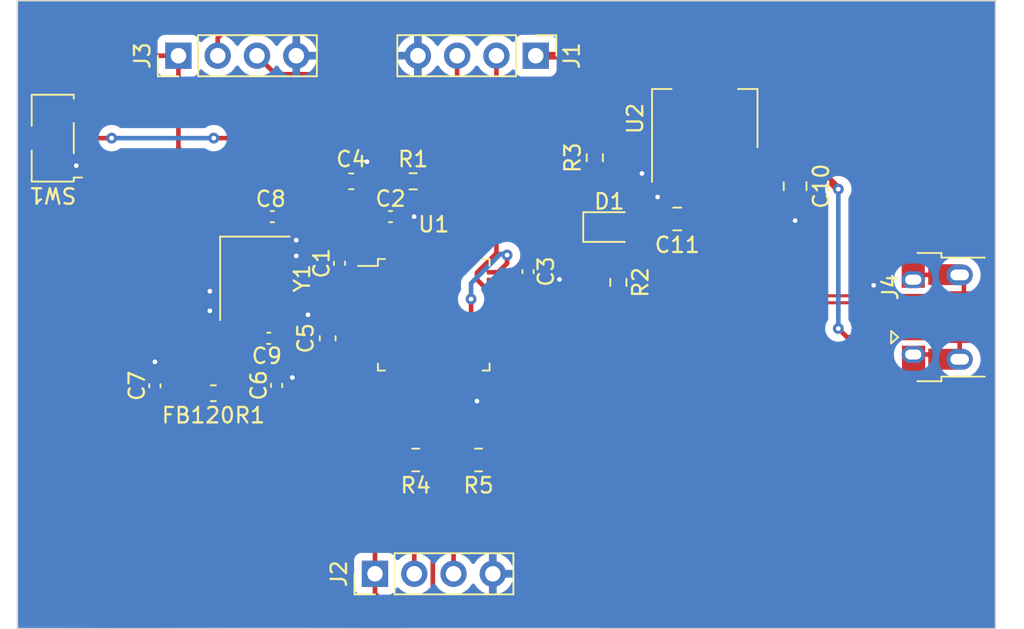
<source format=kicad_pcb>
(kicad_pcb (version 20221018) (generator pcbnew)
  (layers (0 "F.Cu" signal) (31 "B.Cu" power) (34 "B.Paste" user) (35 "F.Paste" user) (36 "B.SilkS" user "B.Silkscreen") (37 "F.SilkS" user "F.Silkscreen") (38 "B.Mask" user) (39 "F.Mask" user) (44 "Edge.Cuts" user))
  (net 0 "")
  (net 1 "+3.3V")
  (net 2 "GND1")
  (net 3 "+3.3VA")
  (net 4 "/HSE_IN")
  (net 5 "/HSE_OUT")
  (net 6 "VBUS")
  (net 8 "Net-(D1-K)")
  (net 9 "/SWDIO")
  (net 10 "/SWCLK")
  (net 11 "/SCL")
  (net 12 "/SDA")
  (net 13 "/UART_TX")
  (net 14 "/UART_RX")
  (net 15 "/USB_D+")
  (net 16 "/USB_D-")
  (net 17 "Net-(SW1-B)")
  (net 18 "/BOOT0")
  (net 22 "/RST")
  (net 47 "unconnected-(J4-Shield-Pad6)")
  (footprint "Connector_PinHeader_2.54mm:PinHeader_1x04_P2.54mm_Vertical" (layer "F.Cu") (at 80.02 123.444 90)
    (fp_text reference "J2" (at 0 -2.33 90) (layer "F.SilkS"))
    (fp_text value "I2C_1")
    (fp_line (start -1.33 -1.33) (end 0 -1.33) (stroke (width 0.12)) (layer "F.SilkS"))
    (fp_line (start -1.33 0) (end -1.33 -1.33) (stroke (width 0.12)) (layer "F.SilkS"))
    (fp_line (start -1.33 1.27) (end -1.33 8.95) (stroke (width 0.12)) (layer "F.SilkS"))
    (fp_line (start -1.33 1.27) (end 1.33 1.27) (stroke (width 0.12)) (layer "F.SilkS"))
    (fp_line (start -1.33 8.95) (end 1.33 8.95) (stroke (width 0.12)) (layer "F.SilkS"))
    (fp_line (start 1.33 1.27) (end 1.33 8.95) (stroke (width 0.12)) (layer "F.SilkS"))
    (pad "1" thru_hole rect (at 0 0 90) (size 1.7 1.7) (drill 1) (layers "*.Cu" "*.Mask") (net 1 "+3.3V"))
    (pad "2" thru_hole oval (at 0 2.54 90) (size 1.7 1.7) (drill 1) (layers "*.Cu" "*.Mask") (net 11 "/SCL"))
    (pad "3" thru_hole oval (at 0 5.08 90) (size 1.7 1.7) (drill 1) (layers "*.Cu" "*.Mask") (net 12 "/SDA"))
    (pad "4" thru_hole oval (at 0 7.62 90) (size 1.7 1.7) (drill 1) (layers "*.Cu" "*.Mask") (net 2 "GND1"))
  )
  (footprint "Capacitor_SMD:C_0603_1608Metric" (layer "F.Cu") (at 78.486 98.044)
    (fp_text reference "C4" (at 0 -1.43) (layer "F.SilkS"))
    (fp_text value "10u" hide)
    (fp_line (start -0.14058 -0.51) (end 0.14058 -0.51) (stroke (width 0.12)) (layer "F.SilkS"))
    (fp_line (start -0.14058 0.51) (end 0.14058 0.51) (stroke (width 0.12)) (layer "F.SilkS"))
    (pad "1" smd roundrect (at -0.775 0) (size 0.9 0.95) (layers "F.Cu" "F.Paste" "F.Mask") (net 1 "+3.3V"))
    (pad "2" smd roundrect (at 0.775 0) (size 0.9 0.95) (layers "F.Cu" "F.Paste" "F.Mask") (net 2 "GND1"))
  )
  (footprint "Connector_PinHeader_2.54mm:PinHeader_1x04_P2.54mm_Vertical" (layer "F.Cu") (at 90.414 89.916 -90)
    (fp_text reference "J1" (at 0 -2.33 90) (layer "F.SilkS"))
    (fp_text value "SWD")
    (fp_line (start -1.33 -1.33) (end 0 -1.33) (stroke (width 0.12)) (layer "F.SilkS"))
    (fp_line (start -1.33 0) (end -1.33 -1.33) (stroke (width 0.12)) (layer "F.SilkS"))
    (fp_line (start -1.33 1.27) (end -1.33 8.95) (stroke (width 0.12)) (layer "F.SilkS"))
    (fp_line (start -1.33 1.27) (end 1.33 1.27) (stroke (width 0.12)) (layer "F.SilkS"))
    (fp_line (start -1.33 8.95) (end 1.33 8.95) (stroke (width 0.12)) (layer "F.SilkS"))
    (fp_line (start 1.33 1.27) (end 1.33 8.95) (stroke (width 0.12)) (layer "F.SilkS"))
    (pad "1" thru_hole rect (at 0 0 270) (size 1.7 1.7) (drill 1) (layers "*.Cu" "*.Mask") (net 1 "+3.3V"))
    (pad "2" thru_hole oval (at 0 2.54 270) (size 1.7 1.7) (drill 1) (layers "*.Cu" "*.Mask") (net 9 "/SWDIO"))
    (pad "3" thru_hole oval (at 0 5.08 270) (size 1.7 1.7) (drill 1) (layers "*.Cu" "*.Mask") (net 10 "/SWCLK"))
    (pad "4" thru_hole oval (at 0 7.62 270) (size 1.7 1.7) (drill 1) (layers "*.Cu" "*.Mask") (net 2 "GND1"))
  )
  (footprint "Capacitor_SMD:C_0603_1608Metric" (layer "F.Cu") (at 76.962 108.204 90)
    (fp_text reference "C5" (at 0 -1.43 90) (layer "F.SilkS"))
    (fp_text value "10u" hide)
    (fp_line (start -0.14058 -0.51) (end 0.14058 -0.51) (stroke (width 0.12)) (layer "F.SilkS"))
    (fp_line (start -0.14058 0.51) (end 0.14058 0.51) (stroke (width 0.12)) (layer "F.SilkS"))
    (pad "1" smd roundrect (at -0.775 0 90) (size 0.9 0.95) (layers "F.Cu" "F.Paste" "F.Mask") (net 3 "+3.3VA"))
    (pad "2" smd roundrect (at 0.775 0 90) (size 0.9 0.95) (layers "F.Cu" "F.Paste" "F.Mask") (net 2 "GND1"))
  )
  (footprint "Capacitor_SMD:C_0402_1005Metric" (layer "F.Cu") (at 73.378 100.33)
    (fp_text reference "C8" (at -0.099 -1.143) (layer "F.SilkS"))
    (fp_text value "10P" hide)
    (fp_line (start -0.107836 -0.36) (end 0.107836 -0.36) (stroke (width 0.12)) (layer "F.SilkS"))
    (fp_line (start -0.107836 0.36) (end 0.107836 0.36) (stroke (width 0.12)) (layer "F.SilkS"))
    (pad "1" smd roundrect (at -0.48 0) (size 0.56 0.62) (layers "F.Cu" "F.Paste" "F.Mask") (net 4 "/HSE_IN"))
    (pad "2" smd roundrect (at 0.48 0) (size 0.56 0.62) (layers "F.Cu" "F.Paste" "F.Mask") (net 2 "GND1"))
  )
  (footprint "Resistor_SMD:R_0805_2012Metric" (layer "F.Cu") (at 86.7175 116.078 180)
    (fp_text reference "R5" (at 0 -1.65) (layer "F.SilkS"))
    (fp_text value "1k5")
    (fp_line (start -0.227064 -0.735) (end 0.227064 -0.735) (stroke (width 0.12)) (layer "F.SilkS"))
    (fp_line (start -0.227064 0.735) (end 0.227064 0.735) (stroke (width 0.12)) (layer "F.SilkS"))
    (pad "1" smd roundrect (at -0.9125 0 180) (size 1.025 1.4) (layers "F.Cu" "F.Paste" "F.Mask") (roundrect_rratio 0.243902) (net 1 "+3.3V"))
    (pad "2" smd roundrect (at 0.9125 0 180) (size 1.025 1.4) (layers "F.Cu" "F.Paste" "F.Mask") (roundrect_rratio 0.243902) (net 12 "/SDA"))
  )
  (footprint "Connector_PinHeader_2.54mm:PinHeader_1x04_P2.54mm_Vertical" (layer "F.Cu") (at 67.31 89.916 90)
    (fp_text reference "J3" (at 0 -2.33 90) (layer "F.SilkS"))
    (fp_text value "UART_1")
    (fp_line (start -1.33 -1.33) (end 0 -1.33) (stroke (width 0.12)) (layer "F.SilkS"))
    (fp_line (start -1.33 0) (end -1.33 -1.33) (stroke (width 0.12)) (layer "F.SilkS"))
    (fp_line (start -1.33 1.27) (end -1.33 8.95) (stroke (width 0.12)) (layer "F.SilkS"))
    (fp_line (start -1.33 1.27) (end 1.33 1.27) (stroke (width 0.12)) (layer "F.SilkS"))
    (fp_line (start -1.33 8.95) (end 1.33 8.95) (stroke (width 0.12)) (layer "F.SilkS"))
    (fp_line (start 1.33 1.27) (end 1.33 8.95) (stroke (width 0.12)) (layer "F.SilkS"))
    (pad "1" thru_hole rect (at 0 0 90) (size 1.7 1.7) (drill 1) (layers "*.Cu" "*.Mask") (net 1 "+3.3V"))
    (pad "2" thru_hole oval (at 0 2.54 90) (size 1.7 1.7) (drill 1) (layers "*.Cu" "*.Mask") (net 13 "/UART_TX"))
    (pad "3" thru_hole oval (at 0 5.08 90) (size 1.7 1.7) (drill 1) (layers "*.Cu" "*.Mask") (net 14 "/UART_RX"))
    (pad "4" thru_hole oval (at 0 7.62 90) (size 1.7 1.7) (drill 1) (layers "*.Cu" "*.Mask") (net 2 "GND1"))
  )
  (footprint "Connector_USB:USB_Micro-B_Amphenol_10103594-0001LF_Horizontal" (layer "F.Cu") (at 116.713 106.807 90)
    (fp_text reference "J4" (at 1.925 -3.365 90) (layer "F.SilkS"))
    (fp_text value "USB_B_Micro")
    (fp_line (start -4.175 -0.065) (end -4.175 -1.615) (stroke (width 0.12)) (layer "F.SilkS"))
    (fp_line (start -4.175 -0.065) (end -3.875 -0.065) (stroke (width 0.12)) (layer "F.SilkS"))
    (fp_line (start -3.875 2.735) (end -3.875 -0.065) (stroke (width 0.12)) (layer "F.SilkS"))
    (fp_line (start -1.725 -3.315) (end -0.925 -3.315) (stroke (width 0.12)) (layer "F.SilkS"))
    (fp_line (start -1.325 -2.865) (end -1.725 -3.315) (stroke (width 0.12)) (layer "F.SilkS"))
    (fp_line (start -0.925 -3.315) (end -1.325 -2.865) (stroke (width 0.12)) (layer "F.SilkS"))
    (fp_line (start 3.825 -0.065) (end 4.125 -0.065) (stroke (width 0.12)) (layer "F.SilkS"))
    (fp_line (start 3.825 2.735) (end 3.825 -0.065) (stroke (width 0.12)) (layer "F.SilkS"))
    (fp_line (start 4.125 -0.065) (end 4.125 -1.615) (stroke (width 0.12)) (layer "F.SilkS"))
    (pad "1" smd rect (at -1.325 -1.765 180) (size 1.65 0.4) (layers "F.Cu" "F.Paste" "F.Mask") (net 6 "VBUS"))
    (pad "2" smd rect (at -0.675 -1.765 180) (size 1.65 0.4) (layers "F.Cu" "F.Paste" "F.Mask") (net 16 "/USB_D-"))
    (pad "3" smd rect (at -0.025 -1.765 180) (size 1.65 0.4) (layers "F.Cu" "F.Paste" "F.Mask") (net 15 "/USB_D+"))
    (pad "4" smd rect (at 0.625 -1.765 180) (size 1.65 0.4) (layers "F.Cu" "F.Paste" "F.Mask"))
    (pad "5" smd rect (at 1.275 -1.765 180) (size 1.65 0.4) (layers "F.Cu" "F.Paste" "F.Mask") (net 2 "GND1"))
    (pad "6" smd rect (at -2.975 -0.565 90) (size 1.825 0.7) (layers "F.Cu" "F.Paste" "F.Mask") (net 47 "unconnected-(J4-Shield-Pad6)"))
    (pad "6" smd rect (at -2.875 -1.865 90) (size 2 1.5) (layers "F.Cu" "F.Paste" "F.Mask") (net 47 "unconnected-(J4-Shield-Pad6)"))
    (pad "6" smd rect (at -2.755 0.185 90) (size 1.35 2) (layers "F.Cu" "F.Paste" "F.Mask") (net 47 "unconnected-(J4-Shield-Pad6)"))
    (pad "6" thru_hole oval (at -2.755 1.115 180) (size 1.7 1.35) (drill oval 1.2 0.7) (layers "*.Cu" "*.Mask") (net 47 "unconnected-(J4-Shield-Pad6)"))
    (pad "6" thru_hole oval (at -2.445 -1.885 180) (size 1.5 1.1) (drill oval 1.05 0.65) (layers "*.Cu" "*.Mask") (net 47 "unconnected-(J4-Shield-Pad6)"))
    (pad "6" smd rect (at -0.985 1.385 180) (size 2.5 1.43) (layers "F.Cu" "F.Paste" "F.Mask") (net 47 "unconnected-(J4-Shield-Pad6)"))
    (pad "6" smd rect (at 0.935 1.385 180) (size 2.5 1.43) (layers "F.Cu" "F.Paste" "F.Mask") (net 47 "unconnected-(J4-Shield-Pad6)"))
    (pad "6" thru_hole oval (at 2.395 -1.885 180) (size 1.5 1.1) (drill oval 1.05 0.65) (layers "*.Cu" "*.Mask") (net 47 "unconnected-(J4-Shield-Pad6)"))
    (pad "6" thru_hole oval (at 2.705 1.115 180) (size 1.7 1.35) (drill oval 1.2 0.7) (layers "*.Cu" "*.Mask") (net 47 "unconnected-(J4-Shield-Pad6)"))
    (pad "6" smd rect (at 2.725 0.185 90) (size 1.35 2) (layers "F.Cu" "F.Paste" "F.Mask") (net 47 "unconnected-(J4-Shield-Pad6)"))
    (pad "6" smd rect (at 2.875 -1.885 90) (size 2 1.5) (layers "F.Cu" "F.Paste" "F.Mask") (net 47 "unconnected-(J4-Shield-Pad6)"))
    (pad "6" smd rect (at 2.975 -0.565 90) (size 1.825 0.7) (layers "F.Cu" "F.Paste" "F.Mask") (net 47 "unconnected-(J4-Shield-Pad6)"))
  )
  (footprint "Capacitor_SMD:C_0402_1005Metric" (layer "F.Cu") (at 73.152 108.204)
    (fp_text reference "C9" (at -0.127 1.143) (layer "F.SilkS"))
    (fp_text value "10P")
    (fp_line (start -0.107836 -0.36) (end 0.107836 -0.36) (stroke (width 0.12)) (layer "F.SilkS"))
    (fp_line (start -0.107836 0.36) (end 0.107836 0.36) (stroke (width 0.12)) (layer "F.SilkS"))
    (pad "1" smd roundrect (at -0.48 0) (size 0.56 0.62) (layers "F.Cu" "F.Paste" "F.Mask") (net 5 "/HSE_OUT"))
    (pad "2" smd roundrect (at 0.48 0) (size 0.56 0.62) (layers "F.Cu" "F.Paste" "F.Mask") (net 2 "GND1"))
  )
  (footprint "Capacitor_SMD:C_0402_1005Metric" (layer "F.Cu") (at 65.786 111.28 90)
    (fp_text reference "C7" (at 0 -1.16 90) (layer "F.SilkS"))
    (fp_text value "1u" hide)
    (fp_line (start -0.107836 -0.36) (end 0.107836 -0.36) (stroke (width 0.12)) (layer "F.SilkS"))
    (fp_line (start -0.107836 0.36) (end 0.107836 0.36) (stroke (width 0.12)) (layer "F.SilkS"))
    (pad "1" smd roundrect (at -0.48 0 90) (size 0.56 0.62) (layers "F.Cu" "F.Paste" "F.Mask") (net 1 "+3.3V"))
    (pad "2" smd roundrect (at 0.48 0 90) (size 0.56 0.62) (layers "F.Cu" "F.Paste" "F.Mask") (net 2 "GND1"))
  )
  (footprint "Capacitor_SMD:C_0805_2012Metric" (layer "F.Cu") (at 107.188 98.364 -90)
    (fp_text reference "C10" (at 0 -1.68 90) (layer "F.SilkS"))
    (fp_text value "22U" hide)
    (fp_line (start -0.261252 -0.735) (end 0.261252 -0.735) (stroke (width 0.12)) (layer "F.SilkS"))
    (fp_line (start -0.261252 0.735) (end 0.261252 0.735) (stroke (width 0.12)) (layer "F.SilkS"))
    (pad "1" smd roundrect (at -0.95 0 270) (size 1 1.45) (layers "F.Cu" "F.Paste" "F.Mask") (net 6 "VBUS"))
    (pad "2" smd roundrect (at 0.95 0 270) (size 1 1.45) (layers "F.Cu" "F.Paste" "F.Mask") (net 2 "GND1"))
  )
  (footprint "Capacitor_SMD:C_0402_1005Metric" (layer "F.Cu") (at 81.026 100.33)
    (fp_text reference "C2" (at 0 -1.16) (layer "F.SilkS"))
    (fp_text value "100n" hide)
    (fp_line (start -0.107836 -0.36) (end 0.107836 -0.36) (stroke (width 0.12)) (layer "F.SilkS"))
    (fp_line (start -0.107836 0.36) (end 0.107836 0.36) (stroke (width 0.12)) (layer "F.SilkS"))
    (pad "1" smd roundrect (at -0.48 0) (size 0.56 0.62) (layers "F.Cu" "F.Paste" "F.Mask") (net 1 "+3.3V"))
    (pad "2" smd roundrect (at 0.48 0) (size 0.56 0.62) (layers "F.Cu" "F.Paste" "F.Mask") (net 2 "GND1"))
  )
  (footprint "Capacitor_SMD:C_0402_1005Metric" (layer "F.Cu") (at 73.66 111.252 90)
    (fp_text reference "C6" (at 0 -1.16 90) (layer "F.SilkS"))
    (fp_text value "1u" hide)
    (fp_line (start -0.107836 -0.36) (end 0.107836 -0.36) (stroke (width 0.12)) (layer "F.SilkS"))
    (fp_line (start -0.107836 0.36) (end 0.107836 0.36) (stroke (width 0.12)) (layer "F.SilkS"))
    (pad "1" smd roundrect (at -0.48 0 90) (size 0.56 0.62) (layers "F.Cu" "F.Paste" "F.Mask") (net 3 "+3.3VA"))
    (pad "2" smd roundrect (at 0.48 0 90) (size 0.56 0.62) (layers "F.Cu" "F.Paste" "F.Mask") (net 2 "GND1"))
  )
  (footprint "Resistor_SMD:R_0603_1608Metric" (layer "F.Cu") (at 95.758 104.585 -90)
    (fp_text reference "R2" (at 0 -1.43 90) (layer "F.SilkS"))
    (fp_text value "1K5")
    (fp_line (start -0.237258 -0.5225) (end 0.237258 -0.5225) (stroke (width 0.12)) (layer "F.SilkS"))
    (fp_line (start -0.237258 0.5225) (end 0.237258 0.5225) (stroke (width 0.12)) (layer "F.SilkS"))
    (pad "1" smd roundrect (at -0.825 0 270) (size 0.8 0.95) (layers "F.Cu" "F.Paste" "F.Mask") (net 1 "+3.3V"))
    (pad "2" smd roundrect (at 0.825 0 270) (size 0.8 0.95) (layers "F.Cu" "F.Paste" "F.Mask") (net 15 "/USB_D+"))
  )
  (footprint "Crystal:Crystal_SMD_3225-4Pin_3.2x2.5mm_HandSoldering" (layer "F.Cu") (at 72.256 104.32 -90)
    (fp_text reference "Y1" (at 0 -3.05 90) (layer "F.SilkS"))
    (fp_text value "16MHZ")
    (fp_line (start -2.7 -2.25) (end -2.7 2.25) (stroke (width 0.12)) (layer "F.SilkS"))
    (fp_line (start -2.7 2.25) (end 2.7 2.25) (stroke (width 0.12)) (layer "F.SilkS"))
    (pad "1" smd rect (at -1.45 1.15 270) (size 2.1 1.8) (layers "F.Cu" "F.Paste" "F.Mask") (net 4 "/HSE_IN"))
    (pad "2" smd rect (at 1.45 1.15 270) (size 2.1 1.8) (layers "F.Cu" "F.Paste" "F.Mask") (net 2 "GND1"))
    (pad "3" smd rect (at 1.45 -1.15 270) (size 2.1 1.8) (layers "F.Cu" "F.Paste" "F.Mask") (net 5 "/HSE_OUT"))
    (pad "4" smd rect (at -1.45 -1.15 270) (size 2.1 1.8) (layers "F.Cu" "F.Paste" "F.Mask") (net 2 "GND1"))
  )
  (footprint "Capacitor_SMD:C_0805_2012Metric" (layer "F.Cu") (at 99.568 100.482 180)
    (fp_text reference "C11" (at 0 -1.68) (layer "F.SilkS"))
    (fp_text value "22U" hide)
    (fp_line (start -0.261252 -0.735) (end 0.261252 -0.735) (stroke (width 0.12)) (layer "F.SilkS"))
    (fp_line (start -0.261252 0.735) (end 0.261252 0.735) (stroke (width 0.12)) (layer "F.SilkS"))
    (pad "1" smd roundrect (at -0.95 0 180) (size 1 1.45) (layers "F.Cu" "F.Paste" "F.Mask") (net 1 "+3.3V"))
    (pad "2" smd roundrect (at 0.95 0 180) (size 1 1.45) (layers "F.Cu" "F.Paste" "F.Mask") (net 2 "GND1"))
  )
  (footprint "Resistor_SMD:R_0805_2012Metric" (layer "F.Cu") (at 82.6535 116.078 180)
    (fp_text reference "R4" (at 0 -1.65) (layer "F.SilkS"))
    (fp_text value "1k5")
    (fp_line (start -0.227064 -0.735) (end 0.227064 -0.735) (stroke (width 0.12)) (layer "F.SilkS"))
    (fp_line (start -0.227064 0.735) (end 0.227064 0.735) (stroke (width 0.12)) (layer "F.SilkS"))
    (pad "1" smd roundrect (at -0.9125 0 180) (size 1.025 1.4) (layers "F.Cu" "F.Paste" "F.Mask") (roundrect_rratio 0.243902) (net 1 "+3.3V"))
    (pad "2" smd roundrect (at 0.9125 0 180) (size 1.025 1.4) (layers "F.Cu" "F.Paste" "F.Mask") (roundrect_rratio 0.243902) (net 11 "/SCL"))
  )
  (footprint "Capacitor_SMD:C_0402_1005Metric" (layer "F.Cu") (at 89.916 103.886 -90)
    (fp_text reference "C3" (at 0 -1.16 90) (layer "F.SilkS"))
    (fp_text value "100n" hide)
    (fp_line (start -0.107836 -0.36) (end 0.107836 -0.36) (stroke (width 0.12)) (layer "F.SilkS"))
    (fp_line (start -0.107836 0.36) (end 0.107836 0.36) (stroke (width 0.12)) (layer "F.SilkS"))
    (pad "1" smd roundrect (at -0.48 0 270) (size 0.56 0.62) (layers "F.Cu" "F.Paste" "F.Mask") (net 1 "+3.3V"))
    (pad "2" smd roundrect (at 0.48 0 270) (size 0.56 0.62) (layers "F.Cu" "F.Paste" "F.Mask") (net 2 "GND1"))
  )
  (footprint "Resistor_SMD:R_0603_1608Metric" (layer "F.Cu") (at 94.234 96.52 90)
    (fp_text reference "R3" (at 0 -1.43 90) (layer "F.SilkS"))
    (fp_text value "1K5")
    (fp_line (start -0.237258 -0.5225) (end 0.237258 -0.5225) (stroke (width 0.12)) (layer "F.SilkS"))
    (fp_line (start -0.237258 0.5225) (end 0.237258 0.5225) (stroke (width 0.12)) (layer "F.SilkS"))
    (pad "1" smd roundrect (at -0.825 0 90) (size 0.8 0.95) (layers "F.Cu" "F.Paste" "F.Mask") (net 8 "Net-(D1-K)"))
    (pad "2" smd roundrect (at 0.825 0 90) (size 0.8 0.95) (layers "F.Cu" "F.Paste" "F.Mask") (net 2 "GND1"))
  )
  (footprint "Package_TO_SOT_SMD:SOT-223-3_TabPin2" (layer "F.Cu") (at 101.346 93.98 90)
    (fp_text reference "U2" (at 0 -4.5 90) (layer "F.SilkS"))
    (fp_text value "AMS1117-3.3" hide)
    (fp_line (start -4.1 -3.41) (end 1.91 -3.41) (stroke (width 0.12)) (layer "F.SilkS"))
    (fp_line (start -1.85 3.41) (end 1.91 3.41) (stroke (width 0.12)) (layer "F.SilkS"))
    (fp_line (start 1.91 -3.41) (end 1.91 -2.15) (stroke (width 0.12)) (layer "F.SilkS"))
    (fp_line (start 1.91 3.41) (end 1.91 2.15) (stroke (width 0.12)) (layer "F.SilkS"))
    (pad "1" smd rect (at -3.15 -2.3 90) (size 2 1.5) (layers "F.Cu" "F.Paste" "F.Mask") (net 2 "GND1"))
    (pad "2" smd rect (at -3.15 0 90) (size 2 1.5) (layers "F.Cu" "F.Paste" "F.Mask") (net 1 "+3.3V"))
    (pad "2" smd rect (at 3.15 0 90) (size 2 3.8) (layers "F.Cu" "F.Paste" "F.Mask") (net 1 "+3.3V"))
    (pad "3" smd rect (at -3.15 2.3 90) (size 2 1.5) (layers "F.Cu" "F.Paste" "F.Mask") (net 6 "VBUS"))
  )
  (footprint "Resistor_SMD:R_0603_1608Metric" (layer "F.Cu") (at 82.487 98.044)
    (fp_text reference "R1" (at 0 -1.43) (layer "F.SilkS"))
    (fp_text value "10K")
    (fp_line (start -0.237258 -0.5225) (end 0.237258 -0.5225) (stroke (width 0.12)) (layer "F.SilkS"))
    (fp_line (start -0.237258 0.5225) (end 0.237258 0.5225) (stroke (width 0.12)) (layer "F.SilkS"))
    (pad "1" smd roundrect (at -0.825 0) (size 0.8 0.95) (layers "F.Cu" "F.Paste" "F.Mask") (net 17 "Net-(SW1-B)"))
    (pad "2" smd roundrect (at 0.825 0) (size 0.8 0.95) (layers "F.Cu" "F.Paste" "F.Mask") (net 18 "/BOOT0"))
  )
  (footprint "Capacitor_SMD:C_0402_1005Metric" (layer "F.Cu") (at 77.724 103.35 90)
    (fp_text reference "C1" (at 0 -1.16 90) (layer "F.SilkS"))
    (fp_text value "100n" hide)
    (fp_line (start -0.107836 -0.36) (end 0.107836 -0.36) (stroke (width 0.12)) (layer "F.SilkS"))
    (fp_line (start -0.107836 0.36) (end 0.107836 0.36) (stroke (width 0.12)) (layer "F.SilkS"))
    (pad "1" smd roundrect (at -0.48 0 90) (size 0.56 0.62) (layers "F.Cu" "F.Paste" "F.Mask") (net 1 "+3.3V"))
    (pad "2" smd roundrect (at 0.48 0 90) (size 0.56 0.62) (layers "F.Cu" "F.Paste" "F.Mask") (net 2 "GND1"))
  )
  (footprint "Button_Switch_SMD:Nidec_Copal_CAS-120A" (layer "F.Cu") (at 59.182 95.25 180)
    (fp_text reference "SW1" (at 0 -3.7 180 unlocked) (layer "F.SilkS"))
    (fp_text value "SW_SPDT")
    (fp_line (start -1.36 -2.81) (end 1.36 -2.81) (stroke (width 0.12)) (layer "F.SilkS"))
    (fp_line (start -1.36 -2.55) (end -1.9 -2.55) (stroke (width 0.12)) (layer "F.SilkS"))
    (fp_line (start -1.36 -2.55) (end -1.36 -2.8) (stroke (width 0.12)) (layer "F.SilkS"))
    (fp_line (start -1.36 -0.98) (end -1.36 0.98) (stroke (width 0.12)) (layer "F.SilkS"))
    (fp_line (start -1.36 2.81) (end -1.36 2.55) (stroke (width 0.12)) (layer "F.SilkS"))
    (fp_line (start 1.35 2.81) (end -1.35 2.81) (stroke (width 0.12)) (layer "F.SilkS"))
    (fp_line (start 1.36 -2.81) (end 1.36 -0.8) (stroke (width 0.12)) (layer "F.SilkS"))
    (fp_line (start 1.36 0.8) (end 1.36 2.81) (stroke (width 0.12)) (layer "F.SilkS"))
    (pad "1" smd roundrect (at -1.15 -1.75 90) (size 1 1.6) (layers "F.Cu" "F.Paste" "F.Mask") (net 2 "GND1"))
    (pad "2" smd roundrect (at 1.15 0 90) (size 1 1.6) (layers "F.Cu" "F.Paste" "F.Mask") (net 17 "Net-(SW1-B)"))
    (pad "3" smd roundrect (at -1.15 1.75 90) (size 1 1.6) (layers "F.Cu" "F.Paste" "F.Mask") (net 1 "+3.3V"))
  )
  (footprint "LED_SMD:LED_0805_2012Metric" (layer "F.Cu") (at 95.1715 101.003)
    (fp_text reference "D1" (at 0 -1.65) (layer "F.SilkS"))
    (fp_text value "LED")
    (fp_line (start -1.685 -0.96) (end -1.685 0.96) (stroke (width 0.12)) (layer "F.SilkS"))
    (fp_line (start -1.685 0.96) (end 1 0.96) (stroke (width 0.12)) (layer "F.SilkS"))
    (fp_line (start 1 -0.96) (end -1.685 -0.96) (stroke (width 0.12)) (layer "F.SilkS"))
    (pad "1" smd roundrect (at -0.9375 0) (size 0.975 1.4) (layers "F.Cu" "F.Paste" "F.Mask") (net 8 "Net-(D1-K)"))
    (pad "2" smd roundrect (at 0.9375 0) (size 0.975 1.4) (layers "F.Cu" "F.Paste" "F.Mask") (net 1 "+3.3V"))
  )
  (footprint "Package_QFP:LQFP-48_7x7mm_P0.5mm" (layer "F.Cu") (at 83.82 106.68)
    (fp_text reference "U1" (at 0 -5.85) (layer "F.SilkS"))
    (fp_text value "STM32F103C8Tx" hide)
    (fp_line (start -3.61 -3.61) (end -3.61 -3.16) (stroke (width 0.12)) (layer "F.SilkS"))
    (fp_line (start -3.61 -3.16) (end -4.9 -3.16) (stroke (width 0.12)) (layer "F.SilkS"))
    (fp_line (start -3.61 3.61) (end -3.61 3.16) (stroke (width 0.12)) (layer "F.SilkS"))
    (fp_line (start -3.16 -3.61) (end -3.61 -3.61) (stroke (width 0.12)) (layer "F.SilkS"))
    (fp_line (start -3.16 3.61) (end -3.61 3.61) (stroke (width 0.12)) (layer "F.SilkS"))
    (fp_line (start 3.16 -3.61) (end 3.61 -3.61) (stroke (width 0.12)) (layer "F.SilkS"))
    (fp_line (start 3.16 3.61) (end 3.61 3.61) (stroke (width 0.12)) (layer "F.SilkS"))
    (fp_line (start 3.61 -3.61) (end 3.61 -3.16) (stroke (width 0.12)) (layer "F.SilkS"))
    (fp_line (start 3.61 3.61) (end 3.61 3.16) (stroke (width 0.12)) (layer "F.SilkS"))
    (pad "1" smd roundrect (at -4.1625 -2.75) (size 1.475 0.3) (layers "F.Cu" "F.Paste" "F.Mask") (net 1 "+3.3V"))
    (pad "2" smd roundrect (at -4.1625 -2.25) (size 1.475 0.3) (layers "F.Cu" "F.Paste" "F.Mask"))
    (pad "3" smd roundrect (at -4.1625 -1.75) (size 1.475 0.3) (layers "F.Cu" "F.Paste" "F.Mask"))
    (pad "4" smd roundrect (at -4.1625 -1.25) (size 1.475 0.3) (layers "F.Cu" "F.Paste" "F.Mask"))
    (pad "5" smd roundrect (at -4.1625 -0.75) (size 1.475 0.3) (layers "F.Cu" "F.Paste" "F.Mask") (net 4 "/HSE_IN"))
    (pad "6" smd roundrect (at -4.1625 -0.25) (size 1.475 0.3) (layers "F.Cu" "F.Paste" "F.Mask") (net 5 "/HSE_OUT"))
    (pad "7" smd roundrect (at -4.1625 0.25) (size 1.475 0.3) (layers "F.Cu" "F.Paste" "F.Mask") (net 22 "/RST"))
    (pad "8" smd roundrect (at -4.1625 0.75) (size 1.475 0.3) (layers "F.Cu" "F.Paste" "F.Mask") (net 2 "GND1"))
    (pad "9" smd roundrect (at -4.1625 1.25) (size 1.475 0.3) (layers "F.Cu" "F.Paste" "F.Mask") (net 3 "+3.3VA"))
    (pad "10" smd roundrect (at -4.1625 1.75) (size 1.475 0.3) (layers "F.Cu" "F.Paste" "F.Mask"))
    (pad "11" smd roundrect (at -4.1625 2.25) (size 1.475 0.3) (layers "F.Cu" "F.Paste" "F.Mask"))
    (pad "12" smd roundrect (at -4.1625 2.75) (size 1.475 0.3) (layers "F.Cu" "F.Paste" "F.Mask"))
    (pad "13" smd roundrect (at -2.75 4.1625) (size 0.3 1.475) (layers "F.Cu" "F.Paste" "F.Mask"))
    (pad "14" smd roundrect (at -2.25 4.1625) (size 0.3 1.475) (layers "F.Cu" "F.Paste" "F.Mask"))
    (pad "15" smd roundrect (at -1.75 4.1625) (size 0.3 1.475) (layers "F.Cu" "F.Paste" "F.Mask"))
    (pad "16" smd roundrect (at -1.25 4.1625) (size 0.3 1.475) (layers "F.Cu" "F.Paste" "F.Mask"))
    (pad "17" smd roundrect (at -0.75 4.1625) (size 0.3 1.475) (layers "F.Cu" "F.Paste" "F.Mask"))
    (pad "18" smd roundrect (at -0.25 4.1625) (size 0.3 1.475) (layers "F.Cu" "F.Paste" "F.Mask"))
    (pad "19" smd roundrect (at 0.25 4.1625) (size 0.3 1.475) (layers "F.Cu" "F.Paste" "F.Mask"))
    (pad "20" smd roundrect (at 0.75 4.1625) (size 0.3 1.475) (layers "F.Cu" "F.Paste" "F.Mask"))
    (pad "21" smd roundrect (at 1.25 4.1625) (size 0.3 1.475) (layers "F.Cu" "F.Paste" "F.Mask") (net 11 "/SCL"))
    (pad "22" smd roundrect (at 1.75 4.1625) (size 0.3 1.475) (layers "F.Cu" "F.Paste" "F.Mask") (net 12 "/SDA"))
    (pad "23" smd roundrect (at 2.25 4.1625) (size 0.3 1.475) (layers "F.Cu" "F.Paste" "F.Mask") (net 2 "GND1"))
    (pad "24" smd roundrect (at 2.75 4.1625) (size 0.3 1.475) (layers "F.Cu" "F.Paste" "F.Mask") (net 1 "+3.3V"))
    (pad "25" smd roundrect (at 4.1625 2.75) (size 1.475 0.3) (layers "F.Cu" "F.Paste" "F.Mask"))
    (pad "26" smd roundrect (at 4.1625 2.25) (size 1.475 0.3) (layers "F.Cu" "F.Paste" "F.Mask"))
    (pad "27" smd roundrect (at 4.1625 1.75) (size 1.475 0.3) (layers "F.Cu" "F.Paste" "F.Mask"))
    (pad "28" smd roundrect (at 4.1625 1.25) (size 1.475 0.3) (layers "F.Cu" "F.Paste" "F.Mask"))
    (pad "29" smd roundrect (at 4.1625 0.75) (size 1.475 0.3) (layers "F.Cu" "F.Paste" "F.Mask"))
    (pad "30" smd roundrect (at 4.1625 0.25) (size 1.475 0.3) (layers "F.Cu" "F.Paste" "F.Mask"))
    (pad "31" smd roundrect (at 4.1625 -0.25) (size 1.475 0.3) (layers "F.Cu" "F.Paste" "F.Mask"))
    (pad "32" smd roundrect (at 4.1625 -0.75) (size 1.475 0.3) (layers "F.Cu" "F.Paste" "F.Mask") (net 16 "/USB_D-"))
    (pad "33" smd roundrect (at 4.1625 -1.25) (size 1.475 0.3) (layers "F.Cu" "F.Paste" "F.Mask") (net 15 "/USB_D+"))
    (pad "34" smd roundrect (at 4.1625 -1.75) (size 1.475 0.3) (layers "F.Cu" "F.Paste" "F.Mask") (net 9 "/SWDIO"))
    (pad "35" smd roundrect (at 4.1625 -2.25) (size 1.475 0.3) (layers "F.Cu" "F.Paste" "F.Mask") (net 2 "GND1"))
    (pad "36" smd roundrect (at 4.1625 -2.75) (size 1.475 0.3) (layers "F.Cu" "F.Paste" "F.Mask") (net 1 "+3.3V"))
    (pad "37" smd roundrect (at 2.75 -4.1625) (size 0.3 1.475) (layers "F.Cu" "F.Paste" "F.Mask") (net 10 "/SWCLK"))
    (pad "38" smd roundrect (at 2.25 -4.1625) (size 0.3 1.475) (layers "F.Cu" "F.Paste" "F.Mask"))
    (pad "39" smd roundrect (at 1.75 -4.1625) (size 0.3 1.475) (layers "F.Cu" "F.Paste" "F.Mask"))
    (pad "40" smd roundrect (at 1.25 -4.1625) (size 0.3 1.475) (layers "F.Cu" "F.Paste" "F.Mask"))
    (pad "41" smd roundrect (at 0.75 -4.1625) (size 0.3 1.475) (layers "F.Cu" "F.Paste" "F.Mask"))
    (pad "42" smd roundrect (at 0.25 -4.1625) (size 0.3 1.475) (layers "F.Cu" "F.Paste" "F.Mask") (net 13 "/UART_TX"))
    (pad "43" smd roundrect (at -0.25 -4.1625) (size 0.3 1.475) (layers "F.Cu" "F.Paste" "F.Mask") (net 14 "/UART_RX"))
    (pad "44" smd roundrect (at -0.75 -4.1625) (size 0.3 1.475) (layers "F.Cu" "F.Paste" "F.Mask") (net 18 "/BOOT0"))
    (pad "45" smd roundrect (at -1.25 -4.1625) (size 0.3 1.475) (layers "F.Cu" "F.Paste" "F.Mask"))
    (pad "46" smd roundrect (at -1.75 -4.1625) (size 0.3 1.475) (layers "F.Cu" "F.Paste" "F.Mask"))
    (pad "47" smd roundrect (at -2.25 -4.1625) (size 0.3 1.475) (layers "F.Cu" "F.Paste" "F.Mask") (net 2 "GND1"))
    (pad "48" smd roundrect (at -2.75 -4.1625) (size 0.3 1.475) (layers "F.Cu" "F.Paste" "F.Mask") (net 1 "+3.3V"))
  )
  (footprint "Inductor_SMD:L_0603_1608Metric" (layer "F.Cu") (at 69.5705 111.76 180)
    (fp_text reference "FB120R1" (at 0 -1.43) (layer "F.SilkS"))
    (fp_text value "FerriteBead" hide)
    (fp_line (start -0.162779 -0.51) (end 0.162779 -0.51) (stroke (width 0.12)) (layer "F.SilkS"))
    (fp_line (start -0.162779 0.51) (end 0.162779 0.51) (stroke (width 0.12)) (layer "F.SilkS"))
    (pad "1" smd roundrect (at -0.7875 0 180) (size 0.875 0.95) (layers "F.Cu" "F.Paste" "F.Mask") (net 3 "+3.3VA"))
    (pad "2" smd roundrect (at 0.7875 0 180) (size 0.875 0.95) (layers "F.Cu" "F.Paste" "F.Mask") (net 1 "+3.3V"))
  )
  (gr_line (start 56.896 86.614) (end 56.896 86.36) (stroke (width 0.1)) (layer "Edge.Cuts"))
  (gr_line (start 63.5 86.36) (end 120.142 86.36) (stroke (width 0.1)) (layer "Edge.Cuts"))
  (gr_line (start 56.896 86.36) (end 63.5 86.36) (stroke (width 0.1)) (layer "Edge.Cuts"))
  (gr_line (start 56.896 127) (end 56.896 86.614) (stroke (width 0.1)) (layer "Edge.Cuts"))
  (gr_line (start 120.142 127) (end 56.896 127) (stroke (width 0.1)) (layer "Edge.Cuts"))
  (gr_line (start 120.142 86.36) (end 120.142 127) (stroke (width 0.1)) (layer "Edge.Cuts"))
  (segment (start 78.232 100.33) (end 80.546 100.33) (width 0.3) (layer "F.Cu") (net 1))
  (segment (start 92.71 89.916) (end 90.414 89.916) (width 0.5) (layer "F.Cu") (net 1))
  (segment (start 80.02 114.183) (end 80.02 123.444) (width 0.3) (layer "F.Cu") (net 1))
  (segment (start 82.677 125.73) (end 81.026 125.73) (width 0.3) (layer "F.Cu") (net 1))
  (segment (start 89.38 103.406) (end 88.856 103.93) (width 0.3) (layer "F.Cu") (net 1))
  (segment (start 95.758 103.76) (end 96.138 103.76) (width 0.3) (layer "F.Cu") (net 1))
  (segment (start 89.916 103.406) (end 89.38 103.406) (width 0.3) (layer "F.Cu") (net 1))
  (segment (start 78.994 113.157) (end 80.02 114.183) (width 0.3) (layer "F.Cu") (net 1))
  (segment (start 86.57 109.43) (end 81.07 103.93) (width 0.3) (layer "F.Cu") (net 1))
  (segment (start 67.31 89.916) (end 61.722 89.916) (width 0.3) (layer "F.Cu") (net 1))
  (segment (start 86.57 109.43) (end 86.233 109.093) (width 0.3) (layer "F.Cu") (net 1))
  (segment (start 80.02 124.724) (end 80.02 123.444) (width 0.3) (layer "F.Cu") (net 1))
  (segment (start 68.783 111.76) (end 65.786 111.76) (width 0.3) (layer "F.Cu") (net 1))
  (segment (start 86.233 109.093) (end 86.233 105.664) (width 0.3) (layer "F.Cu") (net 1))
  (segment (start 96.138 103.76) (end 97.028 102.87) (width 0.3) (layer "F.Cu") (net 1))
  (segment (start 100.584 88.9) (end 93.726 88.9) (width 0.5) (layer "F.Cu") (net 1))
  (segment (start 87.63 119.507) (end 87.63 116.078) (width 0.3) (layer "F.Cu") (net 1))
  (segment (start 101.346 97.13) (end 101.346 99.654) (width 0.5) (layer "F.Cu") (net 1))
  (segment (start 79.6575 103.93) (end 79.6575 102.7145) (width 0.3) (layer "F.Cu") (net 1))
  (segment (start 91.567 123.444) (end 87.63 119.507) (width 0.3) (layer "F.Cu") (net 1))
  (segment (start 100.518 100.482) (end 100.518 101.92) (width 0.5) (layer "F.Cu") (net 1))
  (segment (start 99.568 102.87) (end 97.028 102.87) (width 0.5) (layer "F.Cu") (net 1))
  (segment (start 87.63 111.9025) (end 86.57 110.8425) (width 0.3) (layer "F.Cu") (net 1))
  (segment (start 88.856 103.93) (end 87.9825 103.93) (width 0.3) (layer "F.Cu") (net 1))
  (segment (start 81.026 125.73) (end 80.02 124.724) (width 0.3) (layer "F.Cu") (net 1))
  (segment (start 101.346 90.83) (end 101.346 97.13) (width 0.5) (layer "F.Cu") (net 1))
  (segment (start 89.281 125.73) (end 91.567 123.444) (width 0.3) (layer "F.Cu") (net 1))
  (segment (start 60.579 91.059) (end 60.579 92.872) (width 0.3) (layer "F.Cu") (net 1))
  (segment (start 100.518 101.92) (end 99.568 102.87) (width 0.5) (layer "F.Cu") (net 1))
  (segment (start 83.76 116.272) (end 83.76 124.647) (width 0.3) (layer "F.Cu") (net 1))
  (segment (start 93.726 88.9) (end 92.71 89.916) (width 0.5) (layer "F.Cu") (net 1))
  (segment (start 68.783 111.76) (end 70.18 113.157) (width 0.3) (layer "F.Cu") (net 1))
  (segment (start 69.469 98.044) (end 67.31 95.885) (width 0.3) (layer "F.Cu") (net 1))
  (segment (start 82.677 125.73) (end 89.281 125.73) (width 0.3) (layer "F.Cu") (net 1))
  (segment (start 101.346 90.83) (end 101.346 89.662) (width 0.5) (layer "F.Cu") (net 1))
  (segment (start 80.546 101.9935) (end 81.07 102.5175) (width 0.3) (layer "F.Cu") (net 1))
  (segment (start 77.711 99.809) (end 78.232 100.33) (width 0.3) (layer "F.Cu") (net 1))
  (segment (start 91.186 102.616) (end 90.396 103.406) (width 0.3) (layer "F.Cu") (net 1))
  (segment (start 94.488 102.616) (end 91.186 102.616) (width 0.3) (layer "F.Cu") (net 1))
  (segment (start 67.31 95.885) (end 67.31 89.916) (width 0.3) (layer "F.Cu") (net 1))
  (segment (start 79.5575 103.83) (end 79.6575 103.93) (width 0.3) (layer "F.Cu") (net 1))
  (segment (start 95.632 103.76) (end 94.488 102.616) (width 0.3) (layer "F.Cu") (net 1))
  (segment (start 77.711 98.044) (end 77.711 99.809) (width 0.3) (layer "F.Cu") (net 1))
  (segment (start 60.579 92.872) (end 59.951 93.5) (width 0.3) (layer "F.Cu") (net 1))
  (segment (start 87.63 116.078) (end 87.63 111.9025) (width 0.3) (layer "F.Cu") (net 1))
  (segment (start 79.6575 102.7145) (end 79.8545 102.5175) (width 0.3) (layer "F.Cu") (net 1))
  (segment (start 88.563503 103.348997) (end 87.9825 103.93) (width 0.3) (layer "F.Cu") (net 1))
  (segment (start 86.57 110.8425) (end 86.57 109.43) (width 0.3) (layer "F.Cu") (net 1))
  (segment (start 80.546 100.33) (end 80.546 101.9935) (width 0.3) (layer "F.Cu") (net 1))
  (segment (start 79.8545 102.5175) (end 81.07 102.5175) (width 0.3) (layer "F.Cu") (net 1))
  (segment (start 88.563503 102.815722) (end 88.563503 103.348997) (width 0.3) (layer "F.Cu") (net 1))
  (segment (start 81.07 103.93) (end 81.07 102.5175) (width 0.3) (layer "F.Cu") (net 1))
  (segment (start 77.711 98.044) (end 69.469 98.044) (width 0.3) (layer "F.Cu") (net 1))
  (segment (start 90.396 103.406) (end 89.916 103.406) (width 0.3) (layer "F.Cu") (net 1))
  (segment (start 101.346 99.654) (end 100.518 100.482) (width 0.5) (layer "F.Cu") (net 1))
  (segment (start 81.07 103.93) (end 79.6575 103.93) (width 0.3) (layer "F.Cu") (net 1))
  (segment (start 101.346 89.662) (end 100.584 88.9) (width 0.5) (layer "F.Cu") (net 1))
  (segment (start 96.109 101.951) (end 96.109 100.838) (width 0.5) (layer "F.Cu") (net 1))
  (segment (start 70.18 113.157) (end 78.994 113.157) (width 0.3) (layer "F.Cu") (net 1))
  (segment (start 61.722 89.916) (end 60.579 91.059) (width 0.3) (layer "F.Cu") (net 1))
  (segment (start 83.566 116.078) (end 83.76 116.272) (width 0.3) (layer "F.Cu") (net 1))
  (segment (start 77.724 103.83) (end 79.5575 103.83) (width 0.3) (layer "F.Cu") (net 1))
  (segment (start 97.028 102.87) (end 96.109 101.951) (width 0.5) (layer "F.Cu") (net 1))
  (segment (start 95.758 103.76) (end 95.632 103.76) (width 0.3) (layer "F.Cu") (net 1))
  (segment (start 83.76 124.647) (end 82.677 125.73) (width 0.3) (layer "F.Cu") (net 1))
  (via (at 88.563503 102.815722) (size 0.7) (drill 0.3) (layers "F.Cu" "B.Cu") (net 1))
  (via (at 86.233 105.664) (size 0.7) (drill 0.3) (layers "F.Cu" "B.Cu") (net 1))
  (segment (start 88.138 102.743) (end 88.490781 102.743) (width 0.3) (layer "B.Cu") (net 1))
  (segment (start 86.233 105.664) (end 86.233 104.648) (width 0.3) (layer "B.Cu") (net 1))
  (segment (start 88.490781 102.743) (end 88.563503 102.815722) (width 0.3) (layer "B.Cu") (net 1))
  (segment (start 86.233 104.648) (end 88.138 102.743) (width 0.3) (layer "B.Cu") (net 1))
  (segment (start 74.422 101.854) (end 73.406 102.87) (width 0.3) (layer "F.Cu") (net 2))
  (segment (start 74.93 101.854) (end 74.422 101.854) (width 0.3) (layer "F.Cu") (net 2))
  (segment (start 112.552396 104.775) (end 113.309396 105.532) (width 0.3) (layer "F.Cu") (net 2))
  (segment (start 97.282 97.536) (end 97.282 98.044) (width 0.3) (layer "F.Cu") (net 2))
  (segment (start 89.916 104.366) (end 89.852 104.43) (width 0.3) (layer "F.Cu") (net 2))
  (segment (start 74.168 108.204) (end 75.692 106.68) (width 0.3) (layer "F.Cu") (net 2))
  (segment (start 82.55 100.33) (end 81.506 100.33) (width 0.3) (layer "F.Cu") (net 2))
  (segment (start 86.106 112.268) (end 86.07 112.232) (width 0.3) (layer "F.Cu") (net 2))
  (segment (start 75.692 106.68) (end 76.213 106.68) (width 0.3) (layer "F.Cu") (net 2))
  (segment (start 65.786 110.8) (end 65.786 109.728) (width 0.3) (layer "F.Cu") (net 2))
  (segment (start 69.342 106.426) (end 70.45 106.426) (width 0.3) (layer "F.Cu") (net 2))
  (segment (start 76.213 106.68) (end 76.962 107.429) (width 0.3) (layer "F.Cu") (net 2))
  (segment (start 94.234 95.695) (end 97.611 95.695) (width 0.5) (layer "F.Cu") (net 2))
  (segment (start 81.57 100.394) (end 81.57 102.5175) (width 0.3) (layer "F.Cu") (net 2))
  (segment (start 97.282 98.044) (end 98.298 99.06) (width 0.3) (layer "F.Cu") (net 2))
  (segment (start 98.64 97.536) (end 99.046 97.13) (width 0.3) (layer "F.Cu") (net 2))
  (segment (start 86.07 112.232) (end 86.07 110.8425) (width 0.3) (layer "F.Cu") (net 2))
  (segment (start 74.93 101.402) (end 73.858 100.33) (width 0.3) (layer "F.Cu") (net 2))
  (segment (start 74.676 110.744) (end 73.688 110.744) (width 0.3) (layer "F.Cu") (net 2))
  (segment (start 91.948 104.394) (end 89.944 104.394) (width 0.3) (layer "F.Cu") (net 2))
  (segment (start 107.188 100.584) (end 107.188 99.314) (width 0.3) (layer "F.Cu") (net 2))
  (segment (start 77.724 102.87) (end 74.93 102.87) (width 0.3) (layer "F.Cu") (net 2))
  (segment (start 98.618 99.38) (end 98.298 99.06) (width 0.3) (layer "F.Cu") (net 2))
  (segment (start 98.298 97.878) (end 99.046 97.13) (width 0.3) (layer "F.Cu") (net 2))
  (segment (start 74.93 102.87) (end 73.406 102.87) (width 0.3) (layer "F.Cu") (net 2))
  (segment (start 97.611 95.695) (end 99.046 97.13) (width 0.5) (layer "F.Cu") (net 2))
  (segment (start 89.944 104.394) (end 89.916 104.366) (width 0.3) (layer "F.Cu") (net 2))
  (segment (start 70.492 105.156) (end 71.106 105.77) (width 0.3) (layer "F.Cu") (net 2))
  (segment (start 112.268 104.775) (end 112.552396 104.775) (width 0.3) (layer "F.Cu") (net 2))
  (segment (start 79.502 97.803) (end 79.261 98.044) (width 0.3) (layer "F.Cu") (net 2))
  (segment (start 74.93 101.854) (end 74.93 101.402) (width 0.3) (layer "F.Cu") (net 2))
  (segment (start 98.618 100.482) (end 98.618 99.38) (width 0.3) (layer "F.Cu") (net 2))
  (segment (start 79.502 96.774) (end 79.502 97.803) (width 0.3) (layer "F.Cu") (net 2))
  (segment (start 97.282 97.536) (end 98.64 97.536) (width 0.3) (layer "F.Cu") (net 2))
  (segment (start 76.962 107.429) (end 79.6565 107.429) (width 0.3) (layer "F.Cu") (net 2))
  (segment (start 73.688 110.744) (end 73.66 110.772) (width 0.3) (layer "F.Cu") (net 2))
  (segment (start 86.614 112.268) (end 86.106 112.268) (width 0.3) (layer "F.Cu") (net 2))
  (segment (start 98.298 99.06) (end 98.298 97.878) (width 0.3) (layer "F.Cu") (net 2))
  (segment (start 113.309396 105.532) (end 114.948 105.532) (width 0.3) (layer "F.Cu") (net 2))
  (segment (start 81.506 100.33) (end 81.57 100.394) (width 0.3) (layer "F.Cu") (net 2))
  (segment (start 89.852 104.43) (end 87.9825 104.43) (width 0.3) (layer "F.Cu") (net 2))
  (segment (start 69.342 106.426) (end 69.342 105.156) (width 0.3) (layer "F.Cu") (net 2))
  (segment (start 70.45 106.426) (end 71.106 105.77) (width 0.3) (layer "F.Cu") (net 2))
  (segment (start 79.6565 107.429) (end 79.6575 107.43) (width 0.3) (layer "F.Cu") (net 2))
  (segment (start 69.342 105.156) (end 70.492 105.156) (width 0.3) (layer "F.Cu") (net 2))
  (segment (start 73.632 108.204) (end 74.168 108.204) (width 0.3) (layer "F.Cu") (net 2))
  (via (at 97.282 97.536) (size 0.7) (drill 0.3) (layers "F.Cu" "B.Cu") (net 2))
  (via (at 69.342 105.156) (size 0.7) (drill 0.3) (layers "F.Cu" "B.Cu") (net 2))
  (via (at 107.188 100.584) (size 0.7) (drill 0.3) (layers "F.Cu" "B.Cu") (net 2))
  (via (at 75.692 106.68) (size 0.7) (drill 0.3) (layers "F.Cu" "B.Cu") (net 2))
  (via (at 82.55 100.33) (size 0.7) (drill 0.3) (layers "F.Cu" "B.Cu") (net 2))
  (via (at 86.614 112.268) (size 0.7) (drill 0.3) (layers "F.Cu" "B.Cu") (net 2))
  (via (at 112.268 104.775) (size 0.7) (drill 0.3) (layers "F.Cu" "B.Cu") (net 2))
  (via (at 65.786 109.728) (size 0.7) (drill 0.3) (layers "F.Cu" "B.Cu") (net 2))
  (via (at 98.298 99.06) (size 0.7) (drill 0.3) (layers "F.Cu" "B.Cu") (net 2))
  (via (at 69.342 106.426) (size 0.7) (drill 0.3) (layers "F.Cu" "B.Cu") (net 2))
  (via (at 74.93 101.854) (size 0.7) (drill 0.3) (layers "F.Cu" "B.Cu") (net 2))
  (via (at 79.502 96.774) (size 0.7) (drill 0.3) (layers "F.Cu" "B.Cu") (net 2))
  (via (at 74.93 102.87) (size 0.7) (drill 0.3) (layers "F.Cu" "B.Cu") (net 2))
  (via (at 91.948 104.394) (size 0.7) (drill 0.3) (layers "F.Cu" "B.Cu") (net 2))
  (via (at 74.676 110.744) (size 0.7) (drill 0.3) (layers "F.Cu" "B.Cu") (net 2))
  (via (at 60.706 97.028) (size 0.7) (drill 0.3) (layers "F.Cu" "B.Cu") (net 2))
  (segment (start 73.66 111.732) (end 76.482 111.732) (width 0.3) (layer "F.Cu") (net 3))
  (segment (start 73.66 111.732) (end 70.386 111.732) (width 0.3) (layer "F.Cu") (net 3))
  (segment (start 77.965 108.979) (end 78.232 108.712) (width 0.3) (layer "F.Cu") (net 3))
  (segment (start 70.386 111.732) (end 70.358 111.76) (width 0.3) (layer "F.Cu") (net 3))
  (segment (start 78.506 107.93) (end 79.6575 107.93) (width 0.3) (layer "F.Cu") (net 3))
  (segment (start 76.482 111.732) (end 76.962 111.252) (width 0.3) (layer "F.Cu") (net 3))
  (segment (start 76.962 108.979) (end 77.965 108.979) (width 0.3) (layer "F.Cu") (net 3))
  (segment (start 78.232 108.712) (end 78.232 108.204) (width 0.3) (layer "F.Cu") (net 3))
  (segment (start 76.962 111.252) (end 76.962 108.979) (width 0.3) (layer "F.Cu") (net 3))
  (segment (start 78.232 108.204) (end 78.506 107.93) (width 0.3) (layer "F.Cu") (net 3))
  (segment (start 72.366 104.37) (end 71.106 103.11) (width 0.3) (layer "F.Cu") (net 4))
  (segment (start 71.882 100.33) (end 71.106 101.106) (width 0.3) (layer "F.Cu") (net 4))
  (segment (start 72.898 100.33) (end 71.882 100.33) (width 0.3) (layer "F.Cu") (net 4))
  (segment (start 79.6575 105.93) (end 78.443106 105.93) (width 0.3) (layer "F.Cu") (net 4))
  (segment (start 78.443106 105.93) (end 76.883106 104.37) (width 0.3) (layer "F.Cu") (net 4))
  (segment (start 76.883106 104.37) (end 72.366 104.37) (width 0.3) (layer "F.Cu") (net 4))
  (segment (start 71.106 101.106) (end 71.106 102.87) (width 0.3) (layer "F.Cu") (net 4))
  (segment (start 71.106 103.11) (end 71.106 102.87) (width 0.3) (layer "F.Cu") (net 4))
  (segment (start 73.406 105.77) (end 77.576 105.77) (width 0.3) (layer "F.Cu") (net 5))
  (segment (start 72.672 106.504) (end 73.406 105.77) (width 0.3) (layer "F.Cu") (net 5))
  (segment (start 72.672 108.204) (end 72.672 106.504) (width 0.3) (layer "F.Cu") (net 5))
  (segment (start 78.236 106.43) (end 79.6575 106.43) (width 0.3) (layer "F.Cu") (net 5))
  (segment (start 77.576 105.77) (end 78.236 106.43) (width 0.3) (layer "F.Cu") (net 5))
  (segment (start 108.844 97.414) (end 107.188 97.414) (width 0.5) (layer "F.Cu") (net 6))
  (segment (start 109.982 98.552) (end 108.844 97.414) (width 0.5) (layer "F.Cu") (net 6))
  (segment (start 110.545 108.132) (end 109.982 107.569) (width 0.3) (layer "F.Cu") (net 6))
  (segment (start 114.948 108.132) (end 110.545 108.132) (width 0.3) (layer "F.Cu") (net 6))
  (segment (start 107.188 97.414) (end 103.93 97.414) (width 0.5) (layer "F.Cu") (net 6))
  (segment (start 103.93 97.414) (end 103.646 97.13) (width 0.5) (layer "F.Cu") (net 6))
  (via (at 109.982 107.569) (size 0.7) (drill 0.3) (layers "F.Cu" "B.Cu") (net 6))
  (via (at 109.982 98.552) (size 0.7) (drill 0.3) (layers "F.Cu" "B.Cu") (net 6))
  (segment (start 109.982 107.569) (end 109.982 98.552) (width 0.3) (layer "B.Cu") (net 6))
  (segment (start 94.234 101.003) (end 94.234 97.345) (width 0.5) (layer "F.Cu") (net 8))
  (segment (start 86.614 103.95788) (end 87.874 102.69788) (width 0.3) (layer "F.Cu") (net 9))
  (segment (start 87.874 102.69788) (end 87.874 89.916) (width 0.3) (layer "F.Cu") (net 9))
  (segment (start 87.14188 104.93) (end 86.614 104.40212) (width 0.3) (layer "F.Cu") (net 9))
  (segment (start 86.614 104.40212) (end 86.614 103.95788) (width 0.3) (layer "F.Cu") (net 9))
  (segment (start 87.9825 104.93) (end 87.14188 104.93) (width 0.3) (layer "F.Cu") (net 9))
  (segment (start 86.57 96.73) (end 85.334 95.494) (width 0.3) (layer "F.Cu") (net 10))
  (segment (start 85.334 95.494) (end 85.334 89.916) (width 0.3) (layer "F.Cu") (net 10))
  (segment (start 86.57 102.5175) (end 86.57 96.73) (width 0.3) (layer "F.Cu") (net 10))
  (segment (start 81.741 116.078) (end 81.741 114.093) (width 0.3) (layer "F.Cu") (net 11))
  (segment (start 81.741 114.093) (end 82.296 113.538) (width 0.3) (layer "F.Cu") (net 11))
  (segment (start 85.09 113.284) (end 85.07 113.264) (width 0.3) (layer "F.Cu") (net 11))
  (segment (start 81.741 116.078) (end 81.741 119.333) (width 0.3) (layer "F.Cu") (net 11))
  (segment (start 85.07 113.264) (end 85.07 110.8425) (width 0.3) (layer "F.Cu") (net 11))
  (segment (start 81.741 119.333) (end 82.56 120.152) (width 0.3) (layer "F.Cu") (net 11))
  (segment (start 82.56 120.152) (end 82.56 123.444) (width 0.3) (layer "F.Cu") (net 11))
  (segment (start 82.296 113.538) (end 84.836 113.538) (width 0.3) (layer "F.Cu") (net 11))
  (segment (start 84.836 113.538) (end 85.09 113.284) (width 0.3) (layer "F.Cu") (net 11))
  (segment (start 85.1 120.025) (end 85.1 123.444) (width 0.3) (layer "F.Cu") (net 12))
  (segment (start 85.805 119.3) (end 85.09 120.015) (width 0.3) (layer "F.Cu") (net 12))
  (segment (start 85.805 112.674107) (end 85.57 112.439107) (width 0.3) (layer "F.Cu") (net 12))
  (segment (start 85.805 116.078) (end 85.805 112.674107) (width 0.3) (layer "F.Cu") (net 12))
  (segment (start 85.805 116.078) (end 85.805 119.3) (width 0.3) (layer "F.Cu") (net 12))
  (segment (start 85.57 112.439107) (end 85.57 110.8425) (width 0.3) (layer "F.Cu") (net 12))
  (segment (start 85.09 120.015) (end 85.1 120.025) (width 0.3) (layer "F.Cu") (net 12))
  (segment (start 77.343 87.503) (end 71.12 87.503) (width 0.3) (layer "F.Cu") (net 13))
  (segment (start 71.12 87.503) (end 69.85 88.773) (width 0.3) (layer "F.Cu") (net 13))
  (segment (start 77.978 89.916) (end 77.978 88.138) (width 0.3) (layer "F.Cu") (net 13))
  (segment (start 84.07 102.5175) (end 84.07 101.240213) (width 0.3) (layer "F.Cu") (net 13))
  (segment (start 84.07 101.240213) (end 84.955 100.355214) (width 0.3) (layer "F.Cu") (net 13))
  (segment (start 69.85 88.773) (end 69.85 89.916) (width 0.3) (layer "F.Cu") (net 13))
  (segment (start 84.955 100.355214) (end 84.955 96.893) (width 0.3) (layer "F.Cu") (net 13))
  (segment (start 84.955 96.893) (end 77.978 89.916) (width 0.3) (layer "F.Cu") (net 13))
  (segment (start 77.978 88.138) (end 77.343 87.503) (width 0.3) (layer "F.Cu") (net 13))
  (segment (start 73.59 91.116) (end 72.39 89.916) (width 0.3) (layer "F.Cu") (net 14))
  (segment (start 84.455 100.148107) (end 84.455 97.536) (width 0.3) (layer "F.Cu") (net 14))
  (segment (start 83.57 101.033107) (end 84.455 100.148107) (width 0.3) (layer "F.Cu") (net 14))
  (segment (start 83.57 102.5175) (end 83.57 101.033107) (width 0.3) (layer "F.Cu") (net 14))
  (segment (start 78.035 91.116) (end 73.59 91.116) (width 0.3) (layer "F.Cu") (net 14))
  (segment (start 84.455 97.536) (end 78.035 91.116) (width 0.3) (layer "F.Cu") (net 14))
  (segment (start 89.088751 105.43) (end 89.113751 105.455) (width 0.2) (layer "F.Cu") (net 15))
  (segment (start 89.113751 105.455) (end 112.596 105.455) (width 0.2) (layer "F.Cu") (net 15))
  (segment (start 112.596 105.455) (end 113.973 106.832) (width 0.2) (layer "F.Cu") (net 15))
  (segment (start 113.973 106.832) (end 114.948 106.832) (width 0.2) (layer "F.Cu") (net 15))
  (segment (start 87.9825 105.43) (end 89.088751 105.43) (width 0.2) (layer "F.Cu") (net 15))
  (segment (start 95.065352 105.905) (end 95.270352 106.11) (width 0.2) (layer "F.Cu") (net 16))
  (segment (start 112.409632 105.905) (end 113.836632 107.332) (width 0.2) (layer "F.Cu") (net 16))
  (segment (start 89.088751 105.93) (end 89.113751 105.905) (width 0.2) (layer "F.Cu") (net 16))
  (segment (start 113.836632 107.332) (end 114.798 107.332) (width 0.2) (layer "F.Cu") (net 16))
  (segment (start 87.9825 105.93) (end 89.088751 105.93) (width 0.2) (layer "F.Cu") (net 16))
  (segment (start 95.270352 106.11) (end 96.245648 106.11) (width 0.2) (layer "F.Cu") (net 16))
  (segment (start 89.113751 105.905) (end 95.065352 105.905) (width 0.2) (layer "F.Cu") (net 16))
  (segment (start 96.450648 105.905) (end 112.409632 105.905) (width 0.2) (layer "F.Cu") (net 16))
  (segment (start 96.245648 106.11) (end 96.450648 105.905) (width 0.2) (layer "F.Cu") (net 16))
  (segment (start 114.798 107.332) (end 114.948 107.482) (width 0.2) (layer "F.Cu") (net 16))
  (segment (start 79.343 95.25) (end 69.596 95.25) (width 0.3) (layer "F.Cu") (net 17))
  (segment (start 81.662 98.044) (end 81.662 97.569) (width 0.3) (layer "F.Cu") (net 17))
  (segment (start 62.992 95.25) (end 58.032 95.25) (width 0.3) (layer "F.Cu") (net 17))
  (segment (start 81.662 97.569) (end 79.343 95.25) (width 0.3) (layer "F.Cu") (net 17))
  (via (at 69.596 95.25) (size 0.7) (drill 0.3) (layers "F.Cu" "B.Cu") (net 17))
  (via (at 62.992 95.25) (size 0.7) (drill 0.3) (layers "F.Cu" "B.Cu") (net 17))
  (segment (start 69.596 95.25) (end 62.992 95.25) (width 0.3) (layer "B.Cu") (net 17))
  (segment (start 83.058 100.838) (end 83.07 100.85) (width 0.3) (layer "F.Cu") (net 18))
  (segment (start 83.312 100.584) (end 83.058 100.838) (width 0.3) (layer "F.Cu") (net 18))
  (segment (start 83.07 100.85) (end 83.07 102.5175) (width 0.3) (layer "F.Cu") (net 18))
  (segment (start 83.312 98.044) (end 83.312 100.584) (width 0.3) (layer "F.Cu") (net 18))
  (segment (start 115.138 104.102) (end 114.828 104.412) (width 0.3) (layer "F.Cu") (net 47))
  (segment (start 118.098 104.372) (end 117.828 104.102) (width 0.3) (layer "F.Cu") (net 47))
  (segment (start 117.828 109.562) (end 117.828 108.062) (width 0.3) (layer "F.Cu") (net 47))
  (segment (start 117.828 108.062) (end 118.098 107.792) (width 0.3) (layer "F.Cu") (net 47))
  (segment (start 118.098 107.792) (end 118.098 105.872) (width 0.3) (layer "F.Cu") (net 47))
  (segment (start 117.828 104.102) (end 115.138 104.102) (width 0.3) (layer "F.Cu") (net 47))
  (segment (start 114.828 109.252) (end 116.588 109.252) (width 0.3) (layer "F.Cu") (net 47))
  (segment (start 116.588 109.252) (end 116.898 109.562) (width 0.3) (layer "F.Cu") (net 47))
  (segment (start 118.098 105.872) (end 118.098 104.372) (width 0.3) (layer "F.Cu") (net 47))
  (zone (net 2) (net_name "GND1") (layer "B.Cu") (priority 1) (connect_pads (clearance 0.5)) (min_thickness 0.25) (fill yes (thermal_gap 0.5) (thermal_bridge_width 0.5))
    (polygon (pts (xy 56.896 86.36) (xy 120.142 86.36) (xy 120.142 127) (xy 56.388 126.873) (xy 56.896 127)))
  )
  (zone (net 2) (net_name "GND1") (layer "B.Cu") (connect_pads (clearance 0.5)) (min_thickness 0.25) (fill yes (thermal_gap 0.5) (thermal_bridge_width 0.5))
    (polygon (pts (xy 56.896 86.36) (xy 120.142 86.36) (xy 120.142 127) (xy 56.896 127)))
  )
)
</source>
